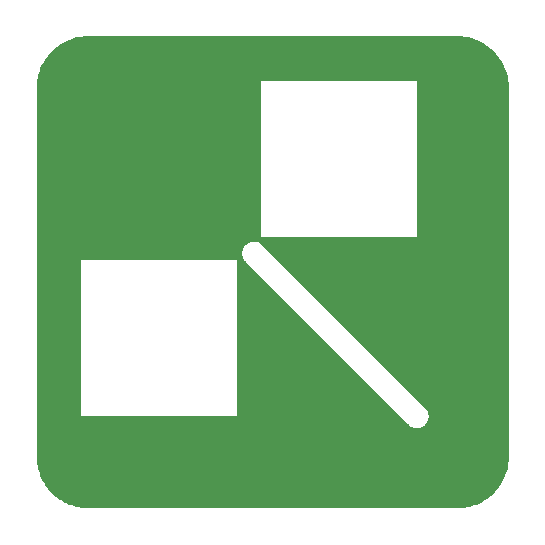
<source format=gbl>
G04 #@! TF.GenerationSoftware,KiCad,Pcbnew,7.0.6*
G04 #@! TF.CreationDate,2024-05-06T23:54:56+03:00*
G04 #@! TF.ProjectId,board-holder,626f6172-642d-4686-9f6c-6465722e6b69,rev?*
G04 #@! TF.SameCoordinates,Original*
G04 #@! TF.FileFunction,Copper,L2,Bot*
G04 #@! TF.FilePolarity,Positive*
%FSLAX46Y46*%
G04 Gerber Fmt 4.6, Leading zero omitted, Abs format (unit mm)*
G04 Created by KiCad (PCBNEW 7.0.6) date 2024-05-06 23:54:56*
%MOMM*%
%LPD*%
G01*
G04 APERTURE LIST*
G04 #@! TA.AperFunction,ComponentPad*
%ADD10C,4.000000*%
G04 #@! TD*
G04 APERTURE END LIST*
D10*
X99650965Y-130092893D03*
X99650965Y-98892893D03*
X130850965Y-98892893D03*
X130850965Y-130092893D03*
G04 #@! TA.AperFunction,Conductor*
G36*
X130852390Y-94493459D02*
G01*
X130871466Y-94494340D01*
X131023356Y-94501361D01*
X131261651Y-94513068D01*
X131267136Y-94513584D01*
X131464358Y-94541094D01*
X131676697Y-94572592D01*
X131681762Y-94573562D01*
X131880333Y-94620264D01*
X132084189Y-94671327D01*
X132088774Y-94672668D01*
X132284210Y-94738170D01*
X132480380Y-94808362D01*
X132484509Y-94810010D01*
X132496678Y-94815383D01*
X132674110Y-94893725D01*
X132674155Y-94893747D01*
X132861733Y-94982465D01*
X132865380Y-94984340D01*
X133026465Y-95074063D01*
X133047049Y-95085528D01*
X133224816Y-95192077D01*
X133227951Y-95194088D01*
X133399862Y-95311848D01*
X133566301Y-95435287D01*
X133568958Y-95437374D01*
X133729481Y-95570669D01*
X133883100Y-95709901D01*
X133885273Y-95711969D01*
X133951237Y-95777933D01*
X134031865Y-95858561D01*
X134033948Y-95860749D01*
X134172843Y-96013995D01*
X134173249Y-96014443D01*
X134306410Y-96174801D01*
X134308510Y-96177477D01*
X134397804Y-96297874D01*
X134432162Y-96344202D01*
X134472679Y-96403349D01*
X134549664Y-96515733D01*
X134551687Y-96518886D01*
X134658577Y-96697221D01*
X134759395Y-96878222D01*
X134761278Y-96881884D01*
X134850482Y-97070489D01*
X134933733Y-97259034D01*
X134935393Y-97263192D01*
X135006130Y-97460889D01*
X135071095Y-97654716D01*
X135072451Y-97659356D01*
X135124112Y-97865593D01*
X135170233Y-98061684D01*
X135171209Y-98066784D01*
X135203371Y-98283599D01*
X135230248Y-98476276D01*
X135230768Y-98481802D01*
X135243180Y-98734427D01*
X135250399Y-98890573D01*
X135250465Y-98893437D01*
X135250465Y-130091453D01*
X135250399Y-130094317D01*
X135242479Y-130265618D01*
X135230790Y-130503526D01*
X135230270Y-130509051D01*
X135202691Y-130706771D01*
X135171277Y-130918538D01*
X135170301Y-130923638D01*
X135123463Y-131122780D01*
X135072569Y-131325957D01*
X135071213Y-131330596D01*
X135005510Y-131526629D01*
X134935560Y-131722122D01*
X134933901Y-131726279D01*
X134849889Y-131916550D01*
X134761506Y-132103417D01*
X134759623Y-132107079D01*
X134658014Y-132289504D01*
X134551981Y-132466407D01*
X134549951Y-132469572D01*
X134431624Y-132642309D01*
X134308877Y-132807816D01*
X134306776Y-132810492D01*
X134172739Y-132971905D01*
X134034409Y-133124528D01*
X134032310Y-133126732D01*
X133884793Y-133274248D01*
X133882589Y-133276347D01*
X133730028Y-133414621D01*
X133568499Y-133548750D01*
X133565824Y-133550851D01*
X133400521Y-133673448D01*
X133227538Y-133791942D01*
X133224374Y-133793972D01*
X133047849Y-133899777D01*
X132864997Y-134001624D01*
X132861335Y-134003507D01*
X132675098Y-134091592D01*
X132484135Y-134175908D01*
X132479979Y-134177566D01*
X132285508Y-134247150D01*
X132088443Y-134313198D01*
X132083803Y-134314555D01*
X131882236Y-134365044D01*
X131681437Y-134412269D01*
X131676338Y-134413245D01*
X131467552Y-134444217D01*
X131266847Y-134472212D01*
X131261322Y-134472732D01*
X131032898Y-134483955D01*
X130941128Y-134488197D01*
X130851781Y-134492327D01*
X130848930Y-134492393D01*
X99652406Y-134492393D01*
X99649542Y-134492327D01*
X99477636Y-134484377D01*
X99240382Y-134472721D01*
X99234856Y-134472201D01*
X99036410Y-134444518D01*
X98825412Y-134413219D01*
X98820312Y-134412243D01*
X98620460Y-134365237D01*
X98418035Y-134314531D01*
X98413395Y-134313175D01*
X98216646Y-134247230D01*
X98021931Y-134177561D01*
X98017773Y-134175901D01*
X97866415Y-134109070D01*
X97826767Y-134091563D01*
X97783201Y-134070958D01*
X97640676Y-134003548D01*
X97637014Y-134001665D01*
X97453859Y-133899647D01*
X97277716Y-133794071D01*
X97274579Y-133792059D01*
X97101114Y-133673232D01*
X96936346Y-133551031D01*
X96933670Y-133548931D01*
X96933452Y-133548750D01*
X96771582Y-133414333D01*
X96619668Y-133276646D01*
X96617465Y-133274549D01*
X96469292Y-133126374D01*
X96467194Y-133124170D01*
X96329597Y-132972355D01*
X96194854Y-132810088D01*
X96192754Y-132807413D01*
X96070794Y-132642970D01*
X95951704Y-132469118D01*
X95949674Y-132465953D01*
X95844470Y-132290432D01*
X95814419Y-132236479D01*
X95742072Y-132106590D01*
X95740193Y-132102936D01*
X95652647Y-131917836D01*
X95567844Y-131725773D01*
X95566191Y-131721632D01*
X95497075Y-131528466D01*
X95430586Y-131330089D01*
X95429245Y-131325502D01*
X95379144Y-131125486D01*
X95373493Y-131101461D01*
X95331551Y-130923133D01*
X95330580Y-130918058D01*
X95299940Y-130711501D01*
X95299280Y-130706771D01*
X95271634Y-130508577D01*
X95271115Y-130503058D01*
X95270385Y-130488212D01*
X95260177Y-130280426D01*
X95251530Y-130093408D01*
X95251465Y-130090553D01*
X95251465Y-126668782D01*
X99050381Y-126668782D01*
X99050424Y-126692894D01*
X99050465Y-126692992D01*
X99050581Y-126693275D01*
X99050583Y-126693277D01*
X99050773Y-126693355D01*
X99050965Y-126693434D01*
X99050967Y-126693432D01*
X99075581Y-126693417D01*
X99075581Y-126693421D01*
X99075725Y-126693393D01*
X112226205Y-126693393D01*
X112226348Y-126693421D01*
X112226349Y-126693417D01*
X112250962Y-126693432D01*
X112250965Y-126693434D01*
X112251348Y-126693276D01*
X112251465Y-126692992D01*
X112251506Y-126692893D01*
X112251505Y-126692890D01*
X112251548Y-126668782D01*
X112251465Y-126668360D01*
X112251465Y-113517652D01*
X112251493Y-113517509D01*
X112251489Y-113517509D01*
X112251504Y-113492895D01*
X112251506Y-113492893D01*
X112251427Y-113492701D01*
X112251349Y-113492511D01*
X112251347Y-113492509D01*
X112251064Y-113492393D01*
X112250965Y-113492352D01*
X112226411Y-113492352D01*
X112226205Y-113492393D01*
X99075725Y-113492393D01*
X99075519Y-113492352D01*
X99050965Y-113492352D01*
X99050866Y-113492393D01*
X99050582Y-113492509D01*
X99050580Y-113492511D01*
X99050424Y-113492892D01*
X99050441Y-113517509D01*
X99050436Y-113517509D01*
X99050465Y-113517652D01*
X99050465Y-126668360D01*
X99050381Y-126668782D01*
X95251465Y-126668782D01*
X95251465Y-112846955D01*
X112657334Y-112846955D01*
X112659541Y-112894704D01*
X112659077Y-112912577D01*
X112658507Y-112918360D01*
X112661259Y-112931850D01*
X112665812Y-113030316D01*
X112679899Y-113090216D01*
X112681249Y-113098341D01*
X112682243Y-113108432D01*
X112686797Y-113119545D01*
X112707834Y-113208990D01*
X112707837Y-113208997D01*
X112736675Y-113274312D01*
X112739291Y-113281363D01*
X112742103Y-113290633D01*
X112747643Y-113299151D01*
X112781975Y-113376906D01*
X112781977Y-113376910D01*
X112781980Y-113376915D01*
X112828368Y-113444633D01*
X112831893Y-113450439D01*
X112836144Y-113458393D01*
X112841917Y-113464414D01*
X112885708Y-113528341D01*
X112885714Y-113528348D01*
X112885715Y-113528349D01*
X112943473Y-113586107D01*
X112943484Y-113586120D01*
X112950540Y-113593175D01*
X112950541Y-113593177D01*
X112952066Y-113594702D01*
X112956145Y-113599203D01*
X112962619Y-113607091D01*
X112968999Y-113611635D01*
X126732221Y-127374857D01*
X126734844Y-127379660D01*
X126744674Y-127387728D01*
X126749193Y-127391829D01*
X126750257Y-127392893D01*
X126750258Y-127392893D01*
X126750611Y-127393247D01*
X126750611Y-127393246D01*
X126805476Y-127448269D01*
X126809153Y-127451788D01*
X126815503Y-127458138D01*
X126815509Y-127458143D01*
X126879442Y-127501938D01*
X126883142Y-127506470D01*
X126893414Y-127511961D01*
X126899217Y-127515484D01*
X126966943Y-127561878D01*
X127044706Y-127596213D01*
X127050164Y-127600824D01*
X127062486Y-127604562D01*
X127069536Y-127607177D01*
X127134860Y-127636021D01*
X127224311Y-127657059D01*
X127231678Y-127661244D01*
X127245506Y-127662606D01*
X127253631Y-127663955D01*
X127313542Y-127678046D01*
X127412005Y-127682598D01*
X127421213Y-127685771D01*
X127431274Y-127684780D01*
X127449138Y-127684315D01*
X127496903Y-127686524D01*
X127601073Y-127671992D01*
X127611878Y-127673592D01*
X127621574Y-127670651D01*
X127640436Y-127666501D01*
X127678700Y-127661164D01*
X127678721Y-127661156D01*
X127680153Y-127660820D01*
X127688298Y-127659466D01*
X127695494Y-127658757D01*
X127715882Y-127648701D01*
X127784644Y-127625654D01*
X127796659Y-127625200D01*
X127805401Y-127620528D01*
X127824445Y-127612314D01*
X127852742Y-127602831D01*
X127852746Y-127602828D01*
X127857990Y-127600514D01*
X127858149Y-127600874D01*
X127874552Y-127593911D01*
X127875308Y-127593681D01*
X127892689Y-127580580D01*
X127956068Y-127545278D01*
X127968786Y-127542399D01*
X127976135Y-127536369D01*
X127994450Y-127523899D01*
X128013102Y-127513511D01*
X128016943Y-127510320D01*
X128037716Y-127496353D01*
X128039374Y-127495466D01*
X128053294Y-127480136D01*
X128109112Y-127433785D01*
X128121953Y-127428243D01*
X128127629Y-127421327D01*
X128144265Y-127404593D01*
X128154318Y-127396246D01*
X128162665Y-127386193D01*
X128179399Y-127369557D01*
X128181642Y-127367715D01*
X128191857Y-127351040D01*
X128238208Y-127295222D01*
X128250529Y-127286933D01*
X128254425Y-127279644D01*
X128268392Y-127258871D01*
X128271583Y-127255030D01*
X128281971Y-127236378D01*
X128294441Y-127218063D01*
X128296878Y-127215093D01*
X128303349Y-127197998D01*
X128338650Y-127134620D01*
X128349808Y-127123647D01*
X128351983Y-127116480D01*
X128358946Y-127100077D01*
X128358586Y-127099918D01*
X128360902Y-127094671D01*
X128360903Y-127094670D01*
X128370386Y-127066373D01*
X128378600Y-127047329D01*
X128380798Y-127043216D01*
X128383727Y-127026571D01*
X128390176Y-127007331D01*
X128406772Y-126957812D01*
X128416144Y-126944374D01*
X128417538Y-126930226D01*
X128418892Y-126922081D01*
X128419228Y-126920649D01*
X128419236Y-126920628D01*
X128424573Y-126882364D01*
X128428723Y-126863502D01*
X128430271Y-126858398D01*
X128430064Y-126843005D01*
X128444596Y-126738831D01*
X128442387Y-126691066D01*
X128442852Y-126673202D01*
X128443421Y-126667424D01*
X128440670Y-126653935D01*
X128436118Y-126555470D01*
X128422027Y-126495559D01*
X128420678Y-126487434D01*
X128419685Y-126477358D01*
X128415132Y-126466242D01*
X128394093Y-126376788D01*
X128365249Y-126311464D01*
X128362634Y-126304414D01*
X128359825Y-126295152D01*
X128354285Y-126286633D01*
X128319950Y-126208871D01*
X128273556Y-126141145D01*
X128270033Y-126135342D01*
X128265786Y-126127397D01*
X128260010Y-126121370D01*
X128216215Y-126057437D01*
X128216210Y-126057431D01*
X128209860Y-126051081D01*
X128209659Y-126050713D01*
X128151318Y-125992539D01*
X128151319Y-125992539D01*
X128150965Y-125992186D01*
X128149912Y-125991133D01*
X128145801Y-125986603D01*
X128139313Y-125978697D01*
X128132929Y-125974150D01*
X114369707Y-112210927D01*
X114367084Y-112206123D01*
X114357275Y-112198073D01*
X114352774Y-112193994D01*
X114351249Y-112192469D01*
X114351247Y-112192468D01*
X114344192Y-112185412D01*
X114344179Y-112185401D01*
X114286421Y-112127643D01*
X114286420Y-112127642D01*
X114286413Y-112127636D01*
X114222486Y-112083845D01*
X114218787Y-112079313D01*
X114208511Y-112073821D01*
X114202705Y-112070296D01*
X114134987Y-112023908D01*
X114134982Y-112023905D01*
X114134978Y-112023903D01*
X114134979Y-112023903D01*
X114057223Y-111989571D01*
X114051762Y-111984958D01*
X114039435Y-111981219D01*
X114032384Y-111978603D01*
X113978328Y-111954736D01*
X113967070Y-111949765D01*
X113967067Y-111949764D01*
X113967062Y-111949762D01*
X113877617Y-111928725D01*
X113870249Y-111924540D01*
X113856413Y-111923177D01*
X113848288Y-111921827D01*
X113788388Y-111907740D01*
X113788389Y-111907740D01*
X113689922Y-111903187D01*
X113680712Y-111900013D01*
X113670649Y-111901005D01*
X113652776Y-111901469D01*
X113605027Y-111899262D01*
X113605025Y-111899262D01*
X113605022Y-111899262D01*
X113500855Y-111913793D01*
X113490045Y-111912192D01*
X113480341Y-111915136D01*
X113461480Y-111919286D01*
X113423207Y-111924625D01*
X113421731Y-111924972D01*
X113413622Y-111926318D01*
X113406441Y-111927025D01*
X113386046Y-111937084D01*
X113317285Y-111960131D01*
X113305264Y-111960585D01*
X113296515Y-111965262D01*
X113277476Y-111973473D01*
X113249185Y-111982955D01*
X113243940Y-111985272D01*
X113243782Y-111984915D01*
X113227385Y-111991871D01*
X113226626Y-111992101D01*
X113209236Y-112005207D01*
X113145861Y-112040507D01*
X113133138Y-112043386D01*
X113125782Y-112049424D01*
X113107460Y-112061897D01*
X113088826Y-112072276D01*
X113088815Y-112072284D01*
X113084983Y-112075466D01*
X113064225Y-112089423D01*
X113062564Y-112090310D01*
X113048637Y-112105648D01*
X112992816Y-112152002D01*
X112979971Y-112157544D01*
X112974290Y-112164468D01*
X112957661Y-112181193D01*
X112947613Y-112189537D01*
X112947609Y-112189541D01*
X112939265Y-112199589D01*
X112922540Y-112216218D01*
X112920290Y-112218064D01*
X112910074Y-112234744D01*
X112863720Y-112290565D01*
X112851395Y-112298856D01*
X112847495Y-112306153D01*
X112833538Y-112326911D01*
X112830356Y-112330743D01*
X112830348Y-112330754D01*
X112819969Y-112349388D01*
X112807496Y-112367710D01*
X112805052Y-112370687D01*
X112798579Y-112387789D01*
X112763279Y-112451164D01*
X112752120Y-112462137D01*
X112749943Y-112469313D01*
X112742987Y-112485710D01*
X112743344Y-112485868D01*
X112741027Y-112491113D01*
X112731545Y-112519404D01*
X112723334Y-112538443D01*
X112721132Y-112542561D01*
X112718203Y-112559213D01*
X112695156Y-112627974D01*
X112685782Y-112641413D01*
X112684390Y-112655550D01*
X112683044Y-112663659D01*
X112682697Y-112665135D01*
X112677358Y-112703408D01*
X112673208Y-112722269D01*
X112671656Y-112727385D01*
X112671865Y-112742783D01*
X112657334Y-112846950D01*
X112657334Y-112846953D01*
X112657334Y-112846955D01*
X95251465Y-112846955D01*
X95251465Y-111468782D01*
X114250381Y-111468782D01*
X114250424Y-111492894D01*
X114250465Y-111492992D01*
X114250581Y-111493275D01*
X114250583Y-111493277D01*
X114250773Y-111493355D01*
X114250965Y-111493434D01*
X114250967Y-111493432D01*
X114275581Y-111493417D01*
X114275581Y-111493421D01*
X114275725Y-111493393D01*
X127426205Y-111493393D01*
X127426348Y-111493421D01*
X127426349Y-111493417D01*
X127450962Y-111493432D01*
X127450965Y-111493434D01*
X127451348Y-111493276D01*
X127451465Y-111492992D01*
X127451506Y-111492893D01*
X127451505Y-111492890D01*
X127451548Y-111468782D01*
X127451465Y-111468360D01*
X127451465Y-98317652D01*
X127451493Y-98317509D01*
X127451489Y-98317509D01*
X127451504Y-98292895D01*
X127451506Y-98292893D01*
X127451427Y-98292701D01*
X127451349Y-98292511D01*
X127451347Y-98292509D01*
X127451064Y-98292393D01*
X127450965Y-98292352D01*
X127426411Y-98292352D01*
X127426205Y-98292393D01*
X114275725Y-98292393D01*
X114275519Y-98292352D01*
X114250965Y-98292352D01*
X114250866Y-98292393D01*
X114250582Y-98292509D01*
X114250580Y-98292511D01*
X114250424Y-98292892D01*
X114250441Y-98317509D01*
X114250436Y-98317509D01*
X114250465Y-98317652D01*
X114250465Y-111468360D01*
X114250381Y-111468782D01*
X95251465Y-111468782D01*
X95251465Y-98894332D01*
X95251531Y-98891468D01*
X95253819Y-98841974D01*
X95259461Y-98719927D01*
X95271137Y-98482270D01*
X95271655Y-98476763D01*
X95299261Y-98278860D01*
X95330654Y-98067229D01*
X95331613Y-98062215D01*
X95378494Y-97862888D01*
X95429367Y-97659796D01*
X95430703Y-97655226D01*
X95496446Y-97459076D01*
X95566379Y-97263627D01*
X95568004Y-97259557D01*
X95652059Y-97069190D01*
X95740446Y-96882314D01*
X95742291Y-96878727D01*
X95843913Y-96696281D01*
X95950000Y-96519288D01*
X95951970Y-96516216D01*
X96070259Y-96343534D01*
X96193138Y-96177853D01*
X96195202Y-96175224D01*
X96329093Y-96013985D01*
X96467703Y-95861053D01*
X96469694Y-95858963D01*
X96616993Y-95711662D01*
X96619147Y-95709611D01*
X96772109Y-95570974D01*
X96933273Y-95437144D01*
X96935843Y-95435126D01*
X97101745Y-95312084D01*
X97274194Y-95193953D01*
X97277244Y-95191997D01*
X97454633Y-95085673D01*
X97636662Y-94984282D01*
X97640226Y-94982449D01*
X97827745Y-94893758D01*
X98017396Y-94810018D01*
X98021548Y-94808361D01*
X98217930Y-94738094D01*
X98413065Y-94672690D01*
X98417649Y-94671350D01*
X98622300Y-94620086D01*
X98820012Y-94573583D01*
X98825051Y-94572619D01*
X99039576Y-94540796D01*
X99234547Y-94513598D01*
X99240066Y-94513079D01*
X99240310Y-94513067D01*
X99487258Y-94500934D01*
X99626622Y-94494489D01*
X99648915Y-94493459D01*
X99651779Y-94493393D01*
X130849528Y-94493393D01*
X130852390Y-94493459D01*
G37*
G04 #@! TD.AperFunction*
M02*

</source>
